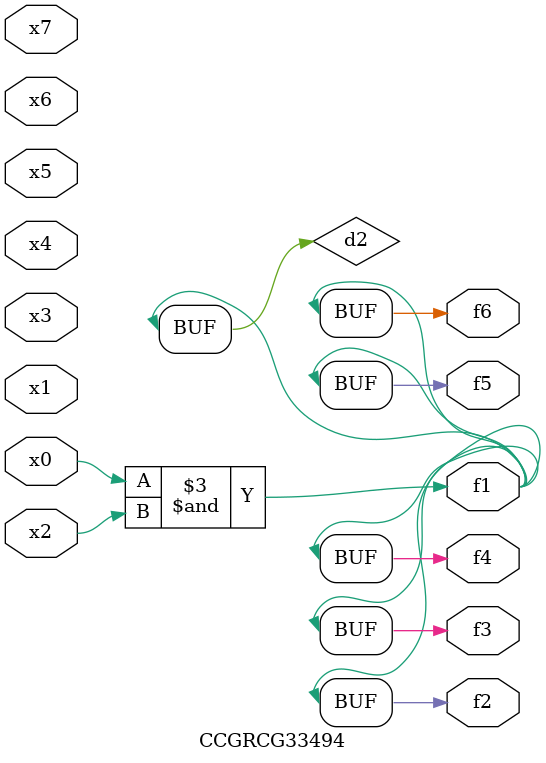
<source format=v>
module CCGRCG33494(
	input x0, x1, x2, x3, x4, x5, x6, x7,
	output f1, f2, f3, f4, f5, f6
);

	wire d1, d2;

	nor (d1, x3, x6);
	and (d2, x0, x2);
	assign f1 = d2;
	assign f2 = d2;
	assign f3 = d2;
	assign f4 = d2;
	assign f5 = d2;
	assign f6 = d2;
endmodule

</source>
